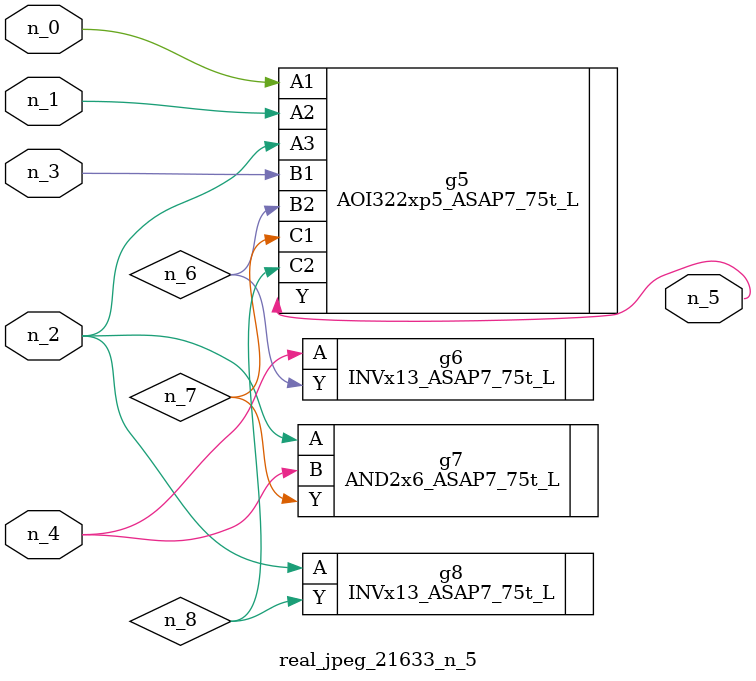
<source format=v>
module real_jpeg_21633_n_5 (n_4, n_0, n_1, n_2, n_3, n_5);

input n_4;
input n_0;
input n_1;
input n_2;
input n_3;

output n_5;

wire n_8;
wire n_6;
wire n_7;

AOI322xp5_ASAP7_75t_L g5 ( 
.A1(n_0),
.A2(n_1),
.A3(n_2),
.B1(n_3),
.B2(n_6),
.C1(n_7),
.C2(n_8),
.Y(n_5)
);

AND2x6_ASAP7_75t_L g7 ( 
.A(n_2),
.B(n_4),
.Y(n_7)
);

INVx13_ASAP7_75t_L g8 ( 
.A(n_2),
.Y(n_8)
);

INVx13_ASAP7_75t_L g6 ( 
.A(n_4),
.Y(n_6)
);


endmodule
</source>
